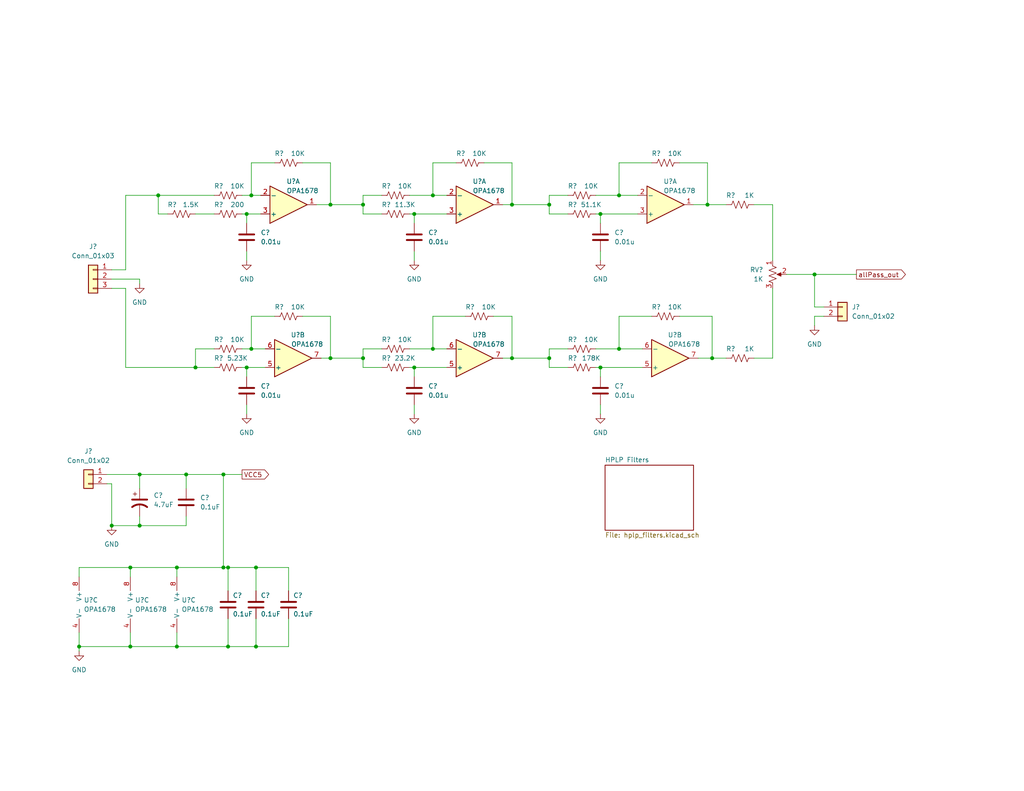
<source format=kicad_sch>
(kicad_sch (version 20211123) (generator eeschema)
  (paper "A")
  (title_block (date "2022-12-28"))
  (lib_symbols
    (symbol "Amplifier_Operational:OPA1678" (pin_names (offset 0.127))
      (property "Reference" "U" (at 0 5.08 0))
      (property "Value" "OPA1678" (at 0 -5.08 0))
      (symbol "OPA1678_1_1"
        (polyline (pts (xy -5.08 5.08) (xy 5.08 0) (xy -5.08 -5.08) (xy -5.08 5.08)) (stroke (width 0.254)) (fill (type background)))
        (pin output line (at 7.62 0 180) (length 2.54) (name "~") (number "1"))
        (pin input line (at -7.62 -2.54 0) (length 2.54) (name "-") (number "2"))
        (pin input line (at -7.62 2.54 0) (length 2.54) (name "+") (number "3"))
      )
      (symbol "OPA1678_2_1"
        (polyline (pts (xy -5.08 5.08) (xy 5.08 0) (xy -5.08 -5.08) (xy -5.08 5.08)) (stroke (width 0.254)) (fill (type background)))
        (pin input line (at -7.62 2.54 0) (length 2.54) (name "+") (number "5"))
        (pin input line (at -7.62 -2.54 0) (length 2.54) (name "-") (number "6"))
        (pin output line (at 7.62 0 180) (length 2.54) (name "~") (number "7"))
      )
      (symbol "OPA1678_3_1"
        (pin power_in line (at -2.54 -7.62 90) (length 3.81) (name "V-") (number "4"))
        (pin power_in line (at -2.54 7.62 270) (length 3.81) (name "V+") (number "8"))
      )
    )
    (symbol "Connector_Generic:Conn_01x02" (pin_names (offset 1.016) hide)
      (property "Reference" "J" (at 0 2.54 0))
      (property "Value" "Conn_01x02" (at 0 -5.08 0))
      (symbol "Conn_01x02_1_1"
        (rectangle (start -1.27 -2.413) (end 0 -2.667) (stroke (width 0.1524)))
        (rectangle (start -1.27 0.127) (end 0 -0.127) (stroke (width 0.1524)))
        (rectangle (start -1.27 1.27) (end 1.27 -3.81) (stroke (width 0.254)) (fill (type background)))
        (pin passive line (at -5.08 0 0) (length 3.81) (name "Pin_1") (number "1"))
        (pin passive line (at -5.08 -2.54 0) (length 3.81) (name "Pin_2") (number "2"))
      )
    )
    (symbol "Connector_Generic:Conn_01x03" (pin_names (offset 1.016) hide)
      (property "Reference" "J" (at 0 5.08 0))
      (property "Value" "Conn_01x03" (at 0 -5.08 0))
      (symbol "Conn_01x03_1_1"
        (rectangle (start -1.27 -2.413) (end 0 -2.667) (stroke (width 0.1524)))
        (rectangle (start -1.27 0.127) (end 0 -0.127) (stroke (width 0.1524)))
        (rectangle (start -1.27 2.667) (end 0 2.413) (stroke (width 0.1524)))
        (rectangle (start -1.27 3.81) (end 1.27 -3.81) (stroke (width 0.254)) (fill (type background)))
        (pin passive line (at -5.08 2.54 0) (length 3.81) (name "Pin_1") (number "1"))
        (pin passive line (at -5.08 0 0) (length 3.81) (name "Pin_2") (number "2"))
        (pin passive line (at -5.08 -2.54 0) (length 3.81) (name "Pin_3") (number "3"))
      )
    )
    (symbol "Device:C" (pin_numbers hide) (pin_names (offset 0.254))
      (property "Reference" "C" (at 0.635 2.54 0))
      (property "Value" "C" (at 0.635 -2.54 0))
      (symbol "C_0_1"
        (polyline (pts (xy -2.032 -0.762) (xy 2.032 -0.762)) (stroke (width 0.508)))
        (polyline (pts (xy -2.032 0.762) (xy 2.032 0.762)) (stroke (width 0.508)))
      )
      (symbol "C_1_1"
        (pin passive line (at 0 3.81 270) (length 2.794) (name "~") (number "1"))
        (pin passive line (at 0 -3.81 90) (length 2.794) (name "~") (number "2"))
      )
    )
    (symbol "Device:C_Polarized_US" (pin_numbers hide) (pin_names (offset 0.254) hide)
      (property "Reference" "C" (at 0.635 2.54 0))
      (property "Value" "C_Polarized_US" (at 0.635 -2.54 0))
      (symbol "C_Polarized_US_0_1"
        (polyline (pts (xy -2.032 0.762) (xy 2.032 0.762)) (stroke (width 0.508)))
        (polyline (pts (xy -1.778 2.286) (xy -0.762 2.286)))
        (polyline (pts (xy -1.27 1.778) (xy -1.27 2.794)))
        (arc (start 2.032 -1.27) (mid 0 -0.5572) (end -2.032 -1.27) (stroke (width 0.508)))
      )
      (symbol "C_Polarized_US_1_1"
        (pin passive line (at 0 3.81 270) (length 2.794) (name "~") (number "1"))
        (pin passive line (at 0 -3.81 90) (length 3.302) (name "~") (number "2"))
      )
    )
    (symbol "Device:R_Potentiometer_US" (pin_names (offset 1.016) hide)
      (property "Reference" "RV" (at -4.445 0 90))
      (property "Value" "R_Potentiometer_US" (at -2.54 0 90))
      (symbol "R_Potentiometer_US_0_1"
        (polyline (pts (xy 0 -2.286) (xy 0 -2.54)))
        (polyline (pts (xy 0 2.54) (xy 0 2.286)))
        (polyline (pts (xy 2.54 0) (xy 1.524 0)))
        (polyline (pts (xy 1.143 0) (xy 2.286 0.508) (xy 2.286 -0.508) (xy 1.143 0)) (fill (type outline)))
        (polyline (pts (xy 0 -0.762) (xy 1.016 -1.143) (xy 0 -1.524) (xy -1.016 -1.905) (xy 0 -2.286)))
        (polyline (pts (xy 0 0.762) (xy 1.016 0.381) (xy 0 0) (xy -1.016 -0.381) (xy 0 -0.762)))
        (polyline (pts (xy 0 2.286) (xy 1.016 1.905) (xy 0 1.524) (xy -1.016 1.143) (xy 0 0.762)))
      )
      (symbol "R_Potentiometer_US_1_1"
        (pin passive line (at 0 3.81 270) (length 1.27) (name "1") (number "1"))
        (pin passive line (at 3.81 0 180) (length 1.27) (name "2") (number "2"))
        (pin passive line (at 0 -3.81 90) (length 1.27) (name "3") (number "3"))
      )
    )
    (symbol "Device:R_US" (pin_numbers hide) (pin_names (offset 0))
      (property "Reference" "R" (at 2.54 0 90))
      (property "Value" "R_US" (at -2.54 0 90))
      (symbol "R_US_0_1"
        (polyline (pts (xy 0 -2.286) (xy 0 -2.54)))
        (polyline (pts (xy 0 2.286) (xy 0 2.54)))
        (polyline (pts (xy 0 -0.762) (xy 1.016 -1.143) (xy 0 -1.524) (xy -1.016 -1.905) (xy 0 -2.286)))
        (polyline (pts (xy 0 0.762) (xy 1.016 0.381) (xy 0 0) (xy -1.016 -0.381) (xy 0 -0.762)))
        (polyline (pts (xy 0 2.286) (xy 1.016 1.905) (xy 0 1.524) (xy -1.016 1.143) (xy 0 0.762)))
      )
      (symbol "R_US_1_1"
        (pin passive line (at 0 3.81 270) (length 1.27) (name "~") (number "1"))
        (pin passive line (at 0 -3.81 90) (length 1.27) (name "~") (number "2"))
      )
    )
    (symbol "power:GND" (power) (pin_names (offset 0))
      (property "Value" "GND" (at 0 -3.81 0))
      (symbol "GND_0_1"
        (polyline (pts (xy 0 0) (xy 0 -1.27) (xy 1.27 -1.27) (xy 0 -2.54) (xy -1.27 -1.27) (xy 0 -1.27)))
      )
      (symbol "GND_1_1"
        (pin power_in line (at 0 0 270) (length 0) hide (name "GND") (number "1"))
      )
    )
  )
  (junction (at 60.96 129.54))
  (junction (at 139.7 97.79))
  (junction (at 68.58 53.34))
  (junction (at 60.96 154.94))
  (junction (at 50.8 129.54))
  (junction (at 139.7 55.88))
  (junction (at 38.1 143.51))
  (junction (at 194.31 97.79))
  (junction (at 118.11 95.25))
  (junction (at 67.31 58.42))
  (junction (at 90.17 97.79))
  (junction (at 43.18 53.34))
  (junction (at 163.83 100.33))
  (junction (at 67.31 100.33))
  (junction (at 38.1 129.54))
  (junction (at 69.85 176.53))
  (junction (at 48.26 176.53))
  (junction (at 68.58 95.25))
  (junction (at 35.56 176.53))
  (junction (at 69.85 154.94))
  (junction (at 118.11 53.34))
  (junction (at 35.56 154.94))
  (junction (at 163.83 58.42))
  (junction (at 62.23 176.53))
  (junction (at 149.86 55.88))
  (junction (at 193.04 55.88))
  (junction (at 113.03 100.33))
  (junction (at 62.23 154.94))
  (junction (at 53.34 100.33))
  (junction (at 90.17 55.88))
  (junction (at 149.86 97.79))
  (junction (at 222.25 74.93))
  (junction (at 113.03 58.42))
  (junction (at 168.91 95.25))
  (junction (at 48.26 154.94))
  (junction (at 99.06 55.88))
  (junction (at 30.48 143.51))
  (junction (at 168.91 53.34))
  (junction (at 21.59 176.53))
  (junction (at 99.06 97.79))
  (wire (pts (xy 139.7 86.36) (xy 139.7 97.79)))
  (wire (pts (xy 99.06 58.42) (xy 104.14 58.42)))
  (wire (pts (xy 162.56 53.34) (xy 168.91 53.34)))
  (wire (pts (xy 82.55 86.36) (xy 90.17 86.36)))
  (wire (pts (xy 190.5 97.79) (xy 194.31 97.79)))
  (wire (pts (xy 111.76 100.33) (xy 113.03 100.33)))
  (wire (pts (xy 35.56 176.53) (xy 21.59 176.53)))
  (wire (pts (xy 168.91 95.25) (xy 175.26 95.25)))
  (wire (pts (xy 205.74 55.88) (xy 210.82 55.88)))
  (wire (pts (xy 168.91 44.45) (xy 177.8 44.45)))
  (wire (pts (xy 113.03 58.42) (xy 121.92 58.42)))
  (wire (pts (xy 35.56 154.94) (xy 48.26 154.94)))
  (wire (pts (xy 38.1 140.97) (xy 38.1 143.51)))
  (wire (pts (xy 60.96 154.94) (xy 62.23 154.94)))
  (wire (pts (xy 185.42 86.36) (xy 194.31 86.36)))
  (wire (pts (xy 118.11 53.34) (xy 121.92 53.34)))
  (wire (pts (xy 69.85 168.91) (xy 69.85 176.53)))
  (wire (pts (xy 139.7 97.79) (xy 137.16 97.79)))
  (wire (pts (xy 99.06 100.33) (xy 104.14 100.33)))
  (wire (pts (xy 35.56 172.72) (xy 35.56 176.53)))
  (wire (pts (xy 62.23 168.91) (xy 62.23 176.53)))
  (wire (pts (xy 68.58 44.45) (xy 68.58 53.34)))
  (wire (pts (xy 53.34 95.25) (xy 58.42 95.25)))
  (wire (pts (xy 222.25 86.36) (xy 224.79 86.36)))
  (wire (pts (xy 30.48 78.74) (xy 34.29 78.74)))
  (wire (pts (xy 66.04 53.34) (xy 68.58 53.34)))
  (wire (pts (xy 67.31 58.42) (xy 67.31 60.96)))
  (wire (pts (xy 82.55 44.45) (xy 90.17 44.45)))
  (wire (pts (xy 60.96 129.54) (xy 66.04 129.54)))
  (wire (pts (xy 124.46 44.45) (xy 118.11 44.45)))
  (wire (pts (xy 185.42 44.45) (xy 193.04 44.45)))
  (wire (pts (xy 34.29 53.34) (xy 43.18 53.34)))
  (wire (pts (xy 163.83 110.49) (xy 163.83 113.03)))
  (wire (pts (xy 99.06 53.34) (xy 104.14 53.34)))
  (wire (pts (xy 78.74 154.94) (xy 78.74 161.29)))
  (wire (pts (xy 50.8 129.54) (xy 60.96 129.54)))
  (wire (pts (xy 87.63 97.79) (xy 90.17 97.79)))
  (wire (pts (xy 210.82 97.79) (xy 210.82 78.74)))
  (wire (pts (xy 67.31 100.33) (xy 72.39 100.33)))
  (wire (pts (xy 43.18 53.34) (xy 58.42 53.34)))
  (wire (pts (xy 99.06 95.25) (xy 104.14 95.25)))
  (wire (pts (xy 149.86 53.34) (xy 149.86 55.88)))
  (wire (pts (xy 30.48 73.66) (xy 34.29 73.66)))
  (wire (pts (xy 163.83 58.42) (xy 173.99 58.42)))
  (wire (pts (xy 21.59 176.53) (xy 21.59 177.8)))
  (wire (pts (xy 74.93 86.36) (xy 68.58 86.36)))
  (wire (pts (xy 194.31 97.79) (xy 194.31 86.36)))
  (wire (pts (xy 62.23 154.94) (xy 69.85 154.94)))
  (wire (pts (xy 214.63 74.93) (xy 222.25 74.93)))
  (wire (pts (xy 168.91 86.36) (xy 168.91 95.25)))
  (wire (pts (xy 48.26 172.72) (xy 48.26 176.53)))
  (wire (pts (xy 69.85 154.94) (xy 69.85 161.29)))
  (wire (pts (xy 118.11 95.25) (xy 121.92 95.25)))
  (wire (pts (xy 68.58 95.25) (xy 72.39 95.25)))
  (wire (pts (xy 222.25 83.82) (xy 222.25 74.93)))
  (wire (pts (xy 149.86 95.25) (xy 154.94 95.25)))
  (wire (pts (xy 50.8 129.54) (xy 50.8 133.35)))
  (wire (pts (xy 29.21 132.08) (xy 30.48 132.08)))
  (wire (pts (xy 48.26 176.53) (xy 35.56 176.53)))
  (wire (pts (xy 21.59 154.94) (xy 35.56 154.94)))
  (wire (pts (xy 90.17 44.45) (xy 90.17 55.88)))
  (wire (pts (xy 53.34 100.33) (xy 58.42 100.33)))
  (wire (pts (xy 69.85 154.94) (xy 78.74 154.94)))
  (wire (pts (xy 30.48 76.2) (xy 38.1 76.2)))
  (wire (pts (xy 67.31 58.42) (xy 71.12 58.42)))
  (wire (pts (xy 29.21 129.54) (xy 38.1 129.54)))
  (wire (pts (xy 163.83 100.33) (xy 163.83 102.87)))
  (wire (pts (xy 99.06 55.88) (xy 99.06 58.42)))
  (wire (pts (xy 99.06 95.25) (xy 99.06 97.79)))
  (wire (pts (xy 34.29 100.33) (xy 53.34 100.33)))
  (wire (pts (xy 149.86 53.34) (xy 154.94 53.34)))
  (wire (pts (xy 162.56 58.42) (xy 163.83 58.42)))
  (wire (pts (xy 90.17 55.88) (xy 99.06 55.88)))
  (wire (pts (xy 118.11 86.36) (xy 127 86.36)))
  (wire (pts (xy 132.08 44.45) (xy 139.7 44.45)))
  (wire (pts (xy 66.04 95.25) (xy 68.58 95.25)))
  (wire (pts (xy 111.76 95.25) (xy 118.11 95.25)))
  (wire (pts (xy 78.74 168.91) (xy 78.74 176.53)))
  (wire (pts (xy 149.86 95.25) (xy 149.86 97.79)))
  (wire (pts (xy 90.17 97.79) (xy 99.06 97.79)))
  (wire (pts (xy 163.83 68.58) (xy 163.83 71.12)))
  (wire (pts (xy 68.58 53.34) (xy 71.12 53.34)))
  (wire (pts (xy 113.03 100.33) (xy 113.03 102.87)))
  (wire (pts (xy 38.1 129.54) (xy 50.8 129.54)))
  (wire (pts (xy 113.03 110.49) (xy 113.03 113.03)))
  (wire (pts (xy 113.03 100.33) (xy 121.92 100.33)))
  (wire (pts (xy 139.7 44.45) (xy 139.7 55.88)))
  (wire (pts (xy 53.34 95.25) (xy 53.34 100.33)))
  (wire (pts (xy 45.72 58.42) (xy 43.18 58.42)))
  (wire (pts (xy 48.26 154.94) (xy 60.96 154.94)))
  (wire (pts (xy 224.79 83.82) (xy 222.25 83.82)))
  (wire (pts (xy 50.8 140.97) (xy 50.8 143.51)))
  (wire (pts (xy 139.7 97.79) (xy 149.86 97.79)))
  (wire (pts (xy 62.23 176.53) (xy 69.85 176.53)))
  (wire (pts (xy 163.83 58.42) (xy 163.83 60.96)))
  (wire (pts (xy 62.23 154.94) (xy 62.23 161.29)))
  (wire (pts (xy 118.11 44.45) (xy 118.11 53.34)))
  (wire (pts (xy 38.1 143.51) (xy 30.48 143.51)))
  (wire (pts (xy 99.06 53.34) (xy 99.06 55.88)))
  (wire (pts (xy 163.83 100.33) (xy 175.26 100.33)))
  (wire (pts (xy 139.7 55.88) (xy 137.16 55.88)))
  (wire (pts (xy 90.17 97.79) (xy 90.17 86.36)))
  (wire (pts (xy 69.85 176.53) (xy 78.74 176.53)))
  (wire (pts (xy 38.1 129.54) (xy 38.1 133.35)))
  (wire (pts (xy 74.93 44.45) (xy 68.58 44.45)))
  (wire (pts (xy 53.34 58.42) (xy 58.42 58.42)))
  (wire (pts (xy 222.25 74.93) (xy 233.68 74.93)))
  (wire (pts (xy 90.17 55.88) (xy 86.36 55.88)))
  (wire (pts (xy 149.86 100.33) (xy 154.94 100.33)))
  (wire (pts (xy 48.26 176.53) (xy 62.23 176.53)))
  (wire (pts (xy 189.23 55.88) (xy 193.04 55.88)))
  (wire (pts (xy 162.56 100.33) (xy 163.83 100.33)))
  (wire (pts (xy 149.86 97.79) (xy 149.86 100.33)))
  (wire (pts (xy 111.76 53.34) (xy 118.11 53.34)))
  (wire (pts (xy 34.29 78.74) (xy 34.29 100.33)))
  (wire (pts (xy 149.86 58.42) (xy 154.94 58.42)))
  (wire (pts (xy 67.31 110.49) (xy 67.31 113.03)))
  (wire (pts (xy 67.31 68.58) (xy 67.31 71.12)))
  (wire (pts (xy 162.56 95.25) (xy 168.91 95.25)))
  (wire (pts (xy 168.91 44.45) (xy 168.91 53.34)))
  (wire (pts (xy 66.04 100.33) (xy 67.31 100.33)))
  (wire (pts (xy 193.04 55.88) (xy 198.12 55.88)))
  (wire (pts (xy 113.03 58.42) (xy 113.03 60.96)))
  (wire (pts (xy 193.04 55.88) (xy 193.04 44.45)))
  (wire (pts (xy 222.25 88.9) (xy 222.25 86.36)))
  (wire (pts (xy 67.31 100.33) (xy 67.31 102.87)))
  (wire (pts (xy 60.96 129.54) (xy 60.96 154.94)))
  (wire (pts (xy 68.58 86.36) (xy 68.58 95.25)))
  (wire (pts (xy 48.26 154.94) (xy 48.26 157.48)))
  (wire (pts (xy 35.56 154.94) (xy 35.56 157.48)))
  (wire (pts (xy 50.8 143.51) (xy 38.1 143.51)))
  (wire (pts (xy 134.62 86.36) (xy 139.7 86.36)))
  (wire (pts (xy 210.82 55.88) (xy 210.82 71.12)))
  (wire (pts (xy 99.06 97.79) (xy 99.06 100.33)))
  (wire (pts (xy 113.03 68.58) (xy 113.03 71.12)))
  (wire (pts (xy 118.11 86.36) (xy 118.11 95.25)))
  (wire (pts (xy 149.86 55.88) (xy 149.86 58.42)))
  (wire (pts (xy 43.18 58.42) (xy 43.18 53.34)))
  (wire (pts (xy 66.04 58.42) (xy 67.31 58.42)))
  (wire (pts (xy 21.59 172.72) (xy 21.59 176.53)))
  (wire (pts (xy 168.91 86.36) (xy 177.8 86.36)))
  (wire (pts (xy 21.59 157.48) (xy 21.59 154.94)))
  (wire (pts (xy 30.48 132.08) (xy 30.48 143.51)))
  (wire (pts (xy 139.7 55.88) (xy 149.86 55.88)))
  (wire (pts (xy 34.29 73.66) (xy 34.29 53.34)))
  (wire (pts (xy 205.74 97.79) (xy 210.82 97.79)))
  (wire (pts (xy 194.31 97.79) (xy 198.12 97.79)))
  (wire (pts (xy 38.1 76.2) (xy 38.1 77.47)))
  (wire (pts (xy 111.76 58.42) (xy 113.03 58.42)))
  (wire (pts (xy 168.91 53.34) (xy 173.99 53.34)))
  (global_label "VCC5" (shape output) (at 66.04 129.54 0) (property "Intersheet References" "${INTERSHEET_REFS}" (effects hide)))
  (global_label "allPass_out" (shape output) (at 233.68 74.93 0) (property "Intersheet References" "${INTERSHEET_REFS}" (effects hide)))
  (symbol (lib_id "Device:C") (at 113.03 106.68 0) (unit 1)
    (property "Reference" "C?" (at 116.84 105.4099 0) (effects (justify left)))
    (property "Value" "0.01u" (at 116.84 107.9499 0) (effects (justify left)))
    (property "Footprint" "Capacitor_SMD:C_0603_1608Metric_Pad1.08x0.95mm_HandSolder" (effects hide))
  )
  (symbol (lib_id "power:GND") (at 222.25 88.9 0) (unit 1)
    (property "Reference" "#PWR?" (effects hide))
    (property "Value" "GND" (at 222.25 93.98 0))
  )
  (symbol (lib_id "Device:R_US") (at 201.93 55.88 90) (unit 1)
    (property "Reference" "R?" (at 199.39 53.34 90))
    (property "Value" "1K" (at 204.47 53.34 90))
    (property "Footprint" "Resistor_SMD:R_0603_1608Metric_Pad0.98x0.95mm_HandSolder" (effects hide))
  )
  (symbol (lib_id "power:GND") (at 38.1 77.47 0) (unit 1)
    (property "Reference" "#PWR?" (effects hide))
    (property "Value" "GND" (at 38.1 82.55 0))
  )
  (symbol (lib_id "power:GND") (at 67.31 113.03 0) (unit 1)
    (property "Reference" "#PWR?" (effects hide))
    (property "Value" "GND" (at 67.31 118.11 0))
  )
  (symbol (lib_id "power:GND") (at 113.03 113.03 0) (unit 1)
    (property "Reference" "#PWR?" (effects hide))
    (property "Value" "GND" (at 113.03 118.11 0))
  )
  (symbol (lib_id "Device:R_US") (at 128.27 44.45 90) (unit 1)
    (property "Reference" "R?" (at 125.73 41.91 90))
    (property "Value" "10K" (at 130.81 41.91 90))
    (property "Footprint" "Resistor_SMD:R_0603_1608Metric_Pad0.98x0.95mm_HandSolder" (effects hide))
  )
  (symbol (lib_id "Amplifier_Operational:OPA1678") (at 38.1 165.1 0) (unit 3)
    (property "Reference" "U?" (at 36.83 163.8299 0) (effects (justify left)))
    (property "Value" "OPA1678" (at 36.83 166.3699 0) (effects (justify left)))
    (property "Datasheet" "http://www.ti.com/lit/ds/symlink/opa1678.pdf" (effects hide))
  )
  (symbol (lib_id "Device:C") (at 67.31 64.77 0) (unit 1)
    (property "Reference" "C?" (at 71.12 63.4999 0) (effects (justify left)))
    (property "Value" "0.01u" (at 71.12 66.0399 0) (effects (justify left)))
    (property "Footprint" "Capacitor_SMD:C_0603_1608Metric_Pad1.08x0.95mm_HandSolder" (effects hide))
  )
  (symbol (lib_id "Device:R_Potentiometer_US") (at 210.82 74.93 0) (unit 1)
    (property "Reference" "RV?" (at 208.28 73.6599 0) (effects (justify right)))
    (property "Value" "1K" (at 208.28 76.1999 0) (effects (justify right)))
    (property "Footprint" "Potentiometer_THT:Potentiometer_Bourns_3296W_Vertical" (effects hide))
  )
  (symbol (lib_id "Amplifier_Operational:OPA1678") (at 24.13 165.1 0) (unit 3)
    (property "Reference" "U?" (at 22.86 163.8299 0) (effects (justify left)))
    (property "Value" "OPA1678" (at 22.86 166.3699 0) (effects (justify left)))
    (property "Datasheet" "http://www.ti.com/lit/ds/symlink/opa1678.pdf" (effects hide))
  )
  (symbol (lib_id "Amplifier_Operational:OPA1678") (at 80.01 97.79 0) (mirror x) (unit 2)
    (property "Reference" "U?" (at 81.28 91.44 0))
    (property "Value" "OPA1678" (at 83.82 93.98 0))
    (property "Datasheet" "http://www.ti.com/lit/ds/symlink/opa1678.pdf" (effects hide))
  )
  (symbol (lib_id "Amplifier_Operational:OPA1678") (at 129.54 55.88 0) (mirror x) (unit 1)
    (property "Reference" "U?" (at 130.81 49.53 0))
    (property "Value" "OPA1678" (at 133.35 52.07 0))
    (property "Footprint" "Package_SO:SOIC-8_3.9x4.9mm_P1.27mm" (effects hide))
    (property "Datasheet" "http://www.ti.com/lit/ds/symlink/opa1678.pdf" (effects hide))
  )
  (symbol (lib_id "Device:C") (at 50.8 137.16 0) (unit 1)
    (property "Reference" "C?" (at 54.61 135.8899 0) (effects (justify left)))
    (property "Value" "0.1uF" (at 54.61 138.4299 0) (effects (justify left)))
    (property "Footprint" "Capacitor_SMD:C_0603_1608Metric_Pad1.08x0.95mm_HandSolder" (effects hide))
  )
  (symbol (lib_id "Amplifier_Operational:OPA1678") (at 50.8 165.1 0) (unit 3)
    (property "Reference" "U?" (at 49.53 163.8299 0) (effects (justify left)))
    (property "Value" "OPA1678" (at 49.53 166.3699 0) (effects (justify left)))
    (property "Datasheet" "http://www.ti.com/lit/ds/symlink/opa1678.pdf" (effects hide))
  )
  (symbol (lib_id "Device:R_US") (at 107.95 95.25 90) (unit 1)
    (property "Reference" "R?" (at 105.41 92.71 90))
    (property "Value" "10K" (at 110.49 92.71 90))
    (property "Footprint" "Resistor_SMD:R_0603_1608Metric_Pad0.98x0.95mm_HandSolder" (effects hide))
  )
  (symbol (lib_id "Device:R_US") (at 62.23 53.34 90) (unit 1)
    (property "Reference" "R?" (at 59.69 50.8 90))
    (property "Value" "10K" (at 64.77 50.8 90))
    (property "Footprint" "Resistor_SMD:R_0603_1608Metric_Pad0.98x0.95mm_HandSolder" (effects hide))
  )
  (symbol (lib_id "Device:R_US") (at 62.23 100.33 90) (unit 1)
    (property "Reference" "R?" (at 59.69 97.79 90))
    (property "Value" "5.23K" (at 64.77 97.79 90))
    (property "Footprint" "Resistor_SMD:R_0603_1608Metric_Pad0.98x0.95mm_HandSolder" (effects hide))
  )
  (symbol (lib_id "Device:C") (at 78.74 165.1 0) (unit 1)
    (property "Reference" "C?" (at 80.01 162.56 0) (effects (justify left)))
    (property "Value" "0.1uF" (at 80.01 167.64 0) (effects (justify left)))
    (property "Footprint" "Capacitor_SMD:C_0603_1608Metric_Pad1.08x0.95mm_HandSolder" (effects hide))
  )
  (symbol (lib_id "Device:C") (at 62.23 165.1 0) (unit 1)
    (property "Reference" "C?" (at 63.5 162.56 0) (effects (justify left)))
    (property "Value" "0.1uF" (at 63.5 167.64 0) (effects (justify left)))
    (property "Footprint" "Capacitor_SMD:C_0603_1608Metric_Pad1.08x0.95mm_HandSolder" (effects hide))
  )
  (symbol (lib_id "Device:R_US") (at 158.75 58.42 90) (unit 1)
    (property "Reference" "R?" (at 156.21 55.88 90))
    (property "Value" "51.1K" (at 161.29 55.88 90))
    (property "Footprint" "Resistor_SMD:R_0603_1608Metric_Pad0.98x0.95mm_HandSolder" (effects hide))
  )
  (symbol (lib_id "Device:C") (at 113.03 64.77 0) (unit 1)
    (property "Reference" "C?" (at 116.84 63.4999 0) (effects (justify left)))
    (property "Value" "0.01u" (at 116.84 66.0399 0) (effects (justify left)))
    (property "Footprint" "Capacitor_SMD:C_0603_1608Metric_Pad1.08x0.95mm_HandSolder" (effects hide))
  )
  (symbol (lib_id "Amplifier_Operational:OPA1678") (at 78.74 55.88 0) (mirror x) (unit 1)
    (property "Reference" "U?" (at 80.01 49.53 0))
    (property "Value" "OPA1678" (at 82.55 52.07 0))
    (property "Footprint" "Package_SO:SOIC-8_3.9x4.9mm_P1.27mm" (effects hide))
    (property "Datasheet" "http://www.ti.com/lit/ds/symlink/opa1678.pdf" (effects hide))
  )
  (symbol (lib_id "Device:C") (at 67.31 106.68 0) (unit 1)
    (property "Reference" "C?" (at 71.12 105.4099 0) (effects (justify left)))
    (property "Value" "0.01u" (at 71.12 107.9499 0) (effects (justify left)))
    (property "Footprint" "Capacitor_SMD:C_0603_1608Metric_Pad1.08x0.95mm_HandSolder" (effects hide))
  )
  (symbol (lib_id "power:GND") (at 163.83 113.03 0) (unit 1)
    (property "Reference" "#PWR?" (effects hide))
    (property "Value" "GND" (at 163.83 118.11 0))
  )
  (symbol (lib_id "Device:R_US") (at 78.74 44.45 90) (unit 1)
    (property "Reference" "R?" (at 76.2 41.91 90))
    (property "Value" "10K" (at 81.28 41.91 90))
    (property "Footprint" "Resistor_SMD:R_0603_1608Metric_Pad0.98x0.95mm_HandSolder" (effects hide))
  )
  (symbol (lib_id "Device:R_US") (at 107.95 53.34 90) (unit 1)
    (property "Reference" "R?" (at 105.41 50.8 90))
    (property "Value" "10K" (at 110.49 50.8 90))
    (property "Footprint" "Resistor_SMD:R_0603_1608Metric_Pad0.98x0.95mm_HandSolder" (effects hide))
  )
  (symbol (lib_id "Connector_Generic:Conn_01x03") (at 25.4 76.2 0) (mirror y) (unit 1)
    (property "Reference" "J?" (at 25.4 67.31 0))
    (property "Value" "Conn_01x03" (at 25.4 69.85 0))
    (property "Footprint" "Connector_PinHeader_2.54mm:PinHeader_1x03_P2.54mm_Vertical" (effects hide))
  )
  (symbol (lib_id "power:GND") (at 67.31 71.12 0) (unit 1)
    (property "Reference" "#PWR?" (effects hide))
    (property "Value" "GND" (at 67.31 76.2 0))
  )
  (symbol (lib_id "Amplifier_Operational:OPA1678") (at 129.54 97.79 0) (mirror x) (unit 2)
    (property "Reference" "U?" (at 130.81 91.44 0))
    (property "Value" "OPA1678" (at 133.35 93.98 0))
    (property "Datasheet" "http://www.ti.com/lit/ds/symlink/opa1678.pdf" (effects hide))
  )
  (symbol (lib_id "Device:C") (at 69.85 165.1 0) (unit 1)
    (property "Reference" "C?" (at 71.12 162.56 0) (effects (justify left)))
    (property "Value" "0.1uF" (at 71.12 167.64 0) (effects (justify left)))
    (property "Footprint" "Capacitor_SMD:C_0603_1608Metric_Pad1.08x0.95mm_HandSolder" (effects hide))
  )
  (symbol (lib_id "Device:R_US") (at 158.75 95.25 90) (unit 1)
    (property "Reference" "R?" (at 156.21 92.71 90))
    (property "Value" "10K" (at 161.29 92.71 90))
    (property "Footprint" "Resistor_SMD:R_0603_1608Metric_Pad0.98x0.95mm_HandSolder" (effects hide))
  )
  (symbol (lib_id "Connector_Generic:Conn_01x02") (at 24.13 129.54 0) (mirror y) (unit 1)
    (property "Reference" "J?" (at 24.13 123.19 0))
    (property "Value" "Conn_01x02" (at 24.13 125.73 0))
    (property "Footprint" "Connector_PinHeader_2.54mm:PinHeader_1x02_P2.54mm_Vertical" (effects hide))
  )
  (symbol (lib_id "power:GND") (at 30.48 143.51 0) (unit 1)
    (property "Reference" "#PWR?" (effects hide))
    (property "Value" "GND" (at 30.48 148.59 0))
  )
  (symbol (lib_id "Device:C_Polarized_US") (at 38.1 137.16 0) (unit 1)
    (property "Reference" "C?" (at 41.91 135.2549 0) (effects (justify left)))
    (property "Value" "4.7uF" (at 41.91 137.7949 0) (effects (justify left)))
    (property "Footprint" "Capacitor_THT:CP_Radial_D5.0mm_P2.50mm" (effects hide))
  )
  (symbol (lib_id "Device:C") (at 163.83 64.77 0) (unit 1)
    (property "Reference" "C?" (at 167.64 63.4999 0) (effects (justify left)))
    (property "Value" "0.01u" (at 167.64 66.0399 0) (effects (justify left)))
    (property "Footprint" "Capacitor_SMD:C_0603_1608Metric_Pad1.08x0.95mm_HandSolder" (effects hide))
  )
  (symbol (lib_id "Device:R_US") (at 62.23 58.42 90) (unit 1)
    (property "Reference" "R?" (at 59.69 55.88 90))
    (property "Value" "200" (at 64.77 55.88 90))
    (property "Footprint" "Resistor_SMD:R_0603_1608Metric_Pad0.98x0.95mm_HandSolder" (effects hide))
  )
  (symbol (lib_id "Device:C") (at 163.83 106.68 0) (unit 1)
    (property "Reference" "C?" (at 167.64 105.4099 0) (effects (justify left)))
    (property "Value" "0.01u" (at 167.64 107.9499 0) (effects (justify left)))
    (property "Footprint" "Capacitor_SMD:C_0603_1608Metric_Pad1.08x0.95mm_HandSolder" (effects hide))
  )
  (symbol (lib_id "Device:R_US") (at 107.95 100.33 90) (unit 1)
    (property "Reference" "R?" (at 105.41 97.79 90))
    (property "Value" "23.2K" (at 110.49 97.79 90))
    (property "Footprint" "Resistor_SMD:R_0603_1608Metric_Pad0.98x0.95mm_HandSolder" (effects hide))
  )
  (symbol (lib_id "power:GND") (at 113.03 71.12 0) (unit 1)
    (property "Reference" "#PWR?" (effects hide))
    (property "Value" "GND" (at 113.03 76.2 0))
  )
  (symbol (lib_id "Device:R_US") (at 158.75 100.33 90) (unit 1)
    (property "Reference" "R?" (at 156.21 97.79 90))
    (property "Value" "178K" (at 161.29 97.79 90))
    (property "Footprint" "Resistor_SMD:R_0603_1608Metric_Pad0.98x0.95mm_HandSolder" (effects hide))
  )
  (symbol (lib_id "power:GND") (at 163.83 71.12 0) (unit 1)
    (property "Reference" "#PWR?" (effects hide))
    (property "Value" "GND" (at 163.83 76.2 0))
  )
  (symbol (lib_id "Device:R_US") (at 130.81 86.36 90) (unit 1)
    (property "Reference" "R?" (at 128.27 83.82 90))
    (property "Value" "10K" (at 133.35 83.82 90))
    (property "Footprint" "Resistor_SMD:R_0603_1608Metric_Pad0.98x0.95mm_HandSolder" (effects hide))
  )
  (symbol (lib_id "Amplifier_Operational:OPA1678") (at 181.61 55.88 0) (mirror x) (unit 1)
    (property "Reference" "U?" (at 182.88 49.53 0))
    (property "Value" "OPA1678" (at 185.42 52.07 0))
    (property "Footprint" "Package_SO:SOIC-8_3.9x4.9mm_P1.27mm" (effects hide))
    (property "Datasheet" "http://www.ti.com/lit/ds/symlink/opa1678.pdf" (effects hide))
  )
  (symbol (lib_id "Device:R_US") (at 181.61 86.36 90) (unit 1)
    (property "Reference" "R?" (at 179.07 83.82 90))
    (property "Value" "10K" (at 184.15 83.82 90))
    (property "Footprint" "Resistor_SMD:R_0603_1608Metric_Pad0.98x0.95mm_HandSolder" (effects hide))
  )
  (symbol (lib_id "Device:R_US") (at 107.95 58.42 90) (unit 1)
    (property "Reference" "R?" (at 105.41 55.88 90))
    (property "Value" "11.3K" (at 110.49 55.88 90))
    (property "Footprint" "Resistor_SMD:R_0603_1608Metric_Pad0.98x0.95mm_HandSolder" (effects hide))
  )
  (symbol (lib_id "Device:R_US") (at 181.61 44.45 90) (unit 1)
    (property "Reference" "R?" (at 179.07 41.91 90))
    (property "Value" "10K" (at 184.15 41.91 90))
    (property "Footprint" "Resistor_SMD:R_0603_1608Metric_Pad0.98x0.95mm_HandSolder" (effects hide))
  )
  (symbol (lib_id "Connector_Generic:Conn_01x02") (at 229.87 83.82 0) (unit 1)
    (property "Reference" "J?" (at 232.41 83.8199 0) (effects (justify left)))
    (property "Value" "Conn_01x02" (at 232.41 86.3599 0) (effects (justify left)))
    (property "Footprint" "Connector_PinHeader_2.54mm:PinHeader_1x02_P2.54mm_Vertical" (effects hide))
  )
  (symbol (lib_id "Amplifier_Operational:OPA1678") (at 182.88 97.79 0) (mirror x) (unit 2)
    (property "Reference" "U?" (at 184.15 91.44 0))
    (property "Value" "OPA1678" (at 186.69 93.98 0))
    (property "Datasheet" "http://www.ti.com/lit/ds/symlink/opa1678.pdf" (effects hide))
  )
  (symbol (lib_id "Device:R_US") (at 62.23 95.25 90) (unit 1)
    (property "Reference" "R?" (at 59.69 92.71 90))
    (property "Value" "10K" (at 64.77 92.71 90))
    (property "Footprint" "Resistor_SMD:R_0603_1608Metric_Pad0.98x0.95mm_HandSolder" (effects hide))
  )
  (symbol (lib_id "Device:R_US") (at 158.75 53.34 90) (unit 1)
    (property "Reference" "R?" (at 156.21 50.8 90))
    (property "Value" "10K" (at 161.29 50.8 90))
    (property "Footprint" "Resistor_SMD:R_0603_1608Metric_Pad0.98x0.95mm_HandSolder" (effects hide))
  )
  (symbol (lib_id "Device:R_US") (at 78.74 86.36 90) (unit 1)
    (property "Reference" "R?" (at 76.2 83.82 90))
    (property "Value" "10K" (at 81.28 83.82 90))
    (property "Footprint" "Resistor_SMD:R_0603_1608Metric_Pad0.98x0.95mm_HandSolder" (effects hide))
  )
  (symbol (lib_id "Device:R_US") (at 49.53 58.42 90) (unit 1)
    (property "Reference" "R?" (at 46.99 55.88 90))
    (property "Value" "1.5K" (at 52.07 55.88 90))
    (property "Footprint" "Resistor_SMD:R_0603_1608Metric_Pad0.98x0.95mm_HandSolder" (effects hide))
  )
  (symbol (lib_id "Device:R_US") (at 201.93 97.79 90) (unit 1)
    (property "Reference" "R?" (at 199.39 95.25 90))
    (property "Value" "1K" (at 204.47 95.25 90))
    (property "Footprint" "Resistor_SMD:R_0603_1608Metric_Pad0.98x0.95mm_HandSolder" (effects hide))
  )
  (symbol (lib_id "power:GND") (at 21.59 177.8 0) (unit 1)
    (property "Reference" "#PWR?" (effects hide))
    (property "Value" "GND" (at 21.59 182.88 0))
  )
  (sheet (at 165.1 127) (size 24.13 17.78) (stroke (width 0.1524))
    (property "Sheet name" "HPLP Filters" (at 165.1 126.2884 0) (effects (justify left bottom)))
    (property "Sheet file" "hplp_filters.kicad_sch" (at 165.1 145.3646 0) (effects (justify left top)))
  )
)
</source>
